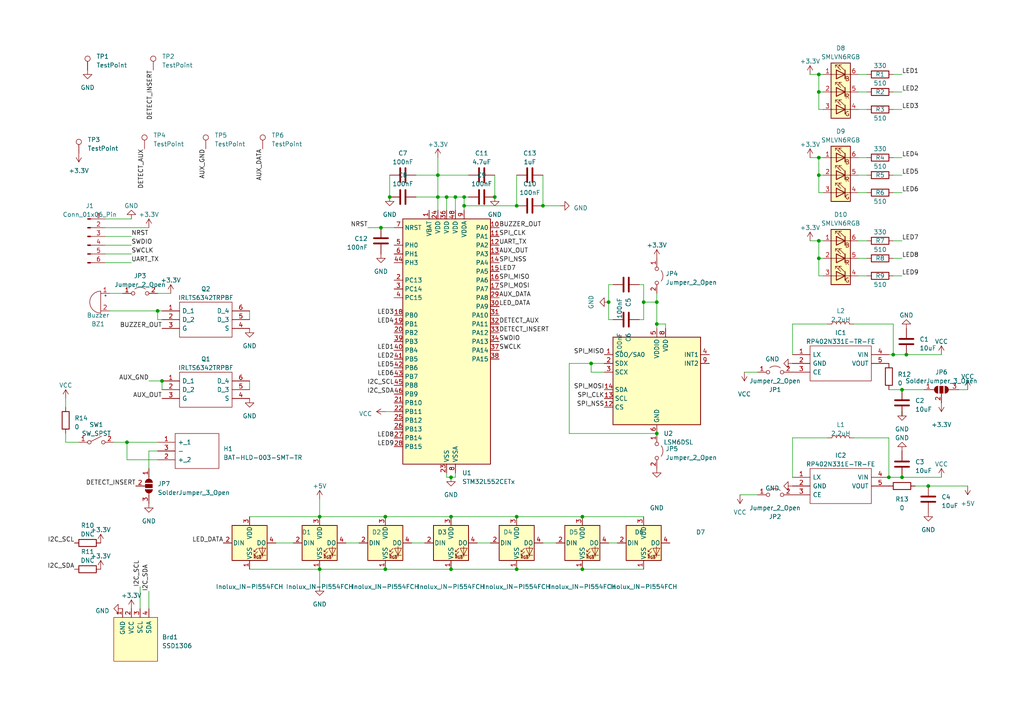
<source format=kicad_sch>
(kicad_sch (version 20230121) (generator eeschema)
  (paper "A4")
  (junction (at 149.86 149.86))
  (junction (at 113.03 57.15))
  (junction (at 149.86 59.69))
  (junction (at 237.49 26.67))
  (junction (at 110.49 66.04))
  (junction (at 262.89 102.87))
  (junction (at 46.99 110.49))
  (junction (at 237.49 50.8))
  (junction (at 127 50.8))
  (junction (at 143.51 57.15))
  (junction (at 261.62 113.03))
  (junction (at 36.83 128.27))
  (junction (at 127 57.15))
  (junction (at 171.45 105.41))
  (junction (at 237.49 45.72))
  (junction (at 168.91 165.1))
  (junction (at 130.81 165.1))
  (junction (at 190.5 93.98))
  (junction (at 237.49 21.59))
  (junction (at 190.5 87.63))
  (junction (at 257.81 138.43))
  (junction (at 134.62 57.15))
  (junction (at 259.08 102.87))
  (junction (at 186.69 87.63))
  (junction (at 130.81 138.43))
  (junction (at 157.48 59.69))
  (junction (at 92.71 149.86))
  (junction (at 261.62 138.43))
  (junction (at 237.49 74.93))
  (junction (at 168.91 149.86))
  (junction (at 149.86 165.1))
  (junction (at 45.72 90.17))
  (junction (at 92.71 165.1))
  (junction (at 269.24 140.97))
  (junction (at 190.5 125.73))
  (junction (at 134.62 59.69))
  (junction (at 111.76 149.86))
  (junction (at 132.08 57.15))
  (junction (at 111.76 165.1))
  (junction (at 237.49 69.85))
  (junction (at 130.81 149.86))
  (junction (at 129.54 57.15))
  (junction (at 176.53 87.63))
  (no_connect (at -130.81 139.7))
  (wire (pts (xy 237.49 26.67) (xy 237.49 31.75)))
  (wire (pts (xy 46.99 110.49) (xy 46.99 113.03)))
  (wire (pts (xy 261.62 113.03) (xy 257.81 113.03)))
  (wire (pts (xy 175.26 105.41) (xy 171.45 105.41)))
  (wire (pts (xy 149.86 165.1) (xy 168.91 165.1)))
  (wire (pts (xy 43.18 135.89) (xy 43.18 130.81)))
  (wire (pts (xy 45.72 85.09) (xy 49.53 85.09)))
  (wire (pts (xy 129.54 57.15) (xy 127 57.15)))
  (wire (pts (xy 269.24 140.97) (xy 265.43 140.97)))
  (wire (pts (xy 261.62 138.43) (xy 273.05 138.43)))
  (wire (pts (xy 129.54 138.43) (xy 129.54 137.16)))
  (wire (pts (xy 43.18 110.49) (xy 46.99 110.49)))
  (wire (pts (xy 45.72 90.17) (xy 46.99 90.17)))
  (wire (pts (xy 259.08 80.01) (xy 261.62 80.01)))
  (wire (pts (xy 72.39 110.49) (xy 72.39 113.03)))
  (wire (pts (xy 190.5 85.09) (xy 190.5 87.63)))
  (wire (pts (xy 248.92 21.59) (xy 251.46 21.59)))
  (wire (pts (xy 177.8 82.55) (xy 176.53 82.55)))
  (wire (pts (xy 30.48 63.5) (xy 38.1 63.5)))
  (wire (pts (xy 237.49 45.72) (xy 237.49 50.8)))
  (wire (pts (xy 176.53 157.48) (xy 179.07 157.48)))
  (wire (pts (xy 237.49 69.85) (xy 237.49 74.93)))
  (wire (pts (xy 175.26 107.95) (xy 171.45 107.95)))
  (wire (pts (xy 134.62 57.15) (xy 134.62 59.69)))
  (wire (pts (xy 127 50.8) (xy 127 57.15)))
  (wire (pts (xy 248.92 26.67) (xy 251.46 26.67)))
  (wire (pts (xy 72.39 149.86) (xy 92.71 149.86)))
  (wire (pts (xy 237.49 69.85) (xy 238.76 69.85)))
  (wire (pts (xy 186.69 87.63) (xy 186.69 92.71)))
  (wire (pts (xy 134.62 59.69) (xy 149.86 59.69)))
  (wire (pts (xy 229.87 93.98) (xy 229.87 102.87)))
  (wire (pts (xy 259.08 31.75) (xy 261.62 31.75)))
  (wire (pts (xy 237.49 50.8) (xy 237.49 55.88)))
  (wire (pts (xy 234.95 21.59) (xy 237.49 21.59)))
  (wire (pts (xy 111.76 165.1) (xy 130.81 165.1)))
  (wire (pts (xy 280.67 113.03) (xy 278.13 113.03)))
  (wire (pts (xy 130.81 165.1) (xy 149.86 165.1)))
  (wire (pts (xy 259.08 74.93) (xy 261.62 74.93)))
  (wire (pts (xy 193.04 95.25) (xy 193.04 93.98)))
  (wire (pts (xy 237.49 26.67) (xy 238.76 26.67)))
  (wire (pts (xy 149.86 50.8) (xy 149.86 59.69)))
  (wire (pts (xy 261.62 119.38) (xy 261.62 120.65)))
  (wire (pts (xy 186.69 82.55) (xy 186.69 87.63)))
  (wire (pts (xy 31.75 90.17) (xy 45.72 90.17)))
  (wire (pts (xy 127 57.15) (xy 127 60.96)))
  (wire (pts (xy 240.03 93.98) (xy 229.87 93.98)))
  (wire (pts (xy 257.81 127) (xy 257.81 138.43)))
  (wire (pts (xy 45.72 90.17) (xy 45.72 92.71)))
  (wire (pts (xy 171.45 105.41) (xy 165.1 105.41)))
  (wire (pts (xy 248.92 69.85) (xy 251.46 69.85)))
  (wire (pts (xy 257.81 102.87) (xy 259.08 102.87)))
  (wire (pts (xy 92.71 165.1) (xy 92.71 170.18)))
  (wire (pts (xy 92.71 149.86) (xy 111.76 149.86)))
  (wire (pts (xy 36.83 133.35) (xy 45.72 133.35)))
  (wire (pts (xy 19.05 115.57) (xy 19.05 118.11)))
  (wire (pts (xy 127 45.72) (xy 127 50.8)))
  (wire (pts (xy 261.62 45.72) (xy 259.08 45.72)))
  (wire (pts (xy 40.64 170.18) (xy 40.64 176.53)))
  (wire (pts (xy 237.49 74.93) (xy 238.76 74.93)))
  (wire (pts (xy 185.42 92.71) (xy 186.69 92.71)))
  (wire (pts (xy 186.69 87.63) (xy 190.5 87.63)))
  (wire (pts (xy 168.91 165.1) (xy 186.69 165.1)))
  (wire (pts (xy 259.08 55.88) (xy 261.62 55.88)))
  (wire (pts (xy 237.49 31.75) (xy 238.76 31.75)))
  (wire (pts (xy 111.76 149.86) (xy 130.81 149.86)))
  (wire (pts (xy 165.1 105.41) (xy 165.1 125.73)))
  (wire (pts (xy 190.5 93.98) (xy 190.5 95.25)))
  (wire (pts (xy 132.08 57.15) (xy 132.08 60.96)))
  (wire (pts (xy 248.92 74.93) (xy 251.46 74.93)))
  (wire (pts (xy 157.48 157.48) (xy 161.29 157.48)))
  (wire (pts (xy 19.05 128.27) (xy 22.86 128.27)))
  (wire (pts (xy 237.49 45.72) (xy 238.76 45.72)))
  (wire (pts (xy 92.71 144.78) (xy 92.71 149.86)))
  (wire (pts (xy 120.65 50.8) (xy 127 50.8)))
  (wire (pts (xy 127 50.8) (xy 135.89 50.8)))
  (wire (pts (xy 19.05 125.73) (xy 19.05 128.27)))
  (wire (pts (xy 261.62 21.59) (xy 259.08 21.59)))
  (wire (pts (xy 261.62 69.85) (xy 259.08 69.85)))
  (wire (pts (xy 106.68 66.04) (xy 110.49 66.04)))
  (wire (pts (xy 237.49 50.8) (xy 238.76 50.8)))
  (wire (pts (xy 132.08 57.15) (xy 129.54 57.15)))
  (wire (pts (xy 186.69 82.55) (xy 185.42 82.55)))
  (wire (pts (xy 237.49 55.88) (xy 238.76 55.88)))
  (wire (pts (xy 280.67 140.97) (xy 269.24 140.97)))
  (wire (pts (xy 30.48 73.66) (xy 38.1 73.66)))
  (wire (pts (xy 157.48 50.8) (xy 157.48 59.69)))
  (wire (pts (xy 132.08 138.43) (xy 130.81 138.43)))
  (wire (pts (xy 259.08 93.98) (xy 259.08 102.87)))
  (wire (pts (xy 193.04 93.98) (xy 190.5 93.98)))
  (wire (pts (xy 134.62 59.69) (xy 134.62 60.96)))
  (wire (pts (xy 176.53 82.55) (xy 176.53 87.63)))
  (wire (pts (xy 248.92 45.72) (xy 251.46 45.72)))
  (wire (pts (xy 237.49 80.01) (xy 238.76 80.01)))
  (wire (pts (xy 237.49 21.59) (xy 238.76 21.59)))
  (wire (pts (xy 31.75 85.09) (xy 35.56 85.09)))
  (wire (pts (xy 168.91 149.86) (xy 186.69 149.86)))
  (wire (pts (xy 176.53 92.71) (xy 176.53 87.63)))
  (wire (pts (xy 36.83 133.35) (xy 36.83 128.27)))
  (wire (pts (xy 30.48 76.2) (xy 38.1 76.2)))
  (wire (pts (xy 43.18 130.81) (xy 45.72 130.81)))
  (wire (pts (xy 30.48 71.12) (xy 38.1 71.12)))
  (wire (pts (xy 247.65 127) (xy 257.81 127)))
  (wire (pts (xy 100.33 157.48) (xy 104.14 157.48)))
  (wire (pts (xy 229.87 127) (xy 240.03 127)))
  (wire (pts (xy 30.48 66.04) (xy 43.18 66.04)))
  (wire (pts (xy 80.01 157.48) (xy 85.09 157.48)))
  (wire (pts (xy 237.49 21.59) (xy 237.49 26.67)))
  (wire (pts (xy 138.43 157.48) (xy 142.24 157.48)))
  (wire (pts (xy 43.18 171.45) (xy 43.18 176.53)))
  (wire (pts (xy 177.8 92.71) (xy 176.53 92.71)))
  (wire (pts (xy 132.08 137.16) (xy 132.08 138.43)))
  (wire (pts (xy 72.39 90.17) (xy 72.39 92.71)))
  (wire (pts (xy 214.63 143.51) (xy 219.71 143.51)))
  (wire (pts (xy 110.49 66.04) (xy 114.3 66.04)))
  (wire (pts (xy 259.08 50.8) (xy 261.62 50.8)))
  (wire (pts (xy 157.48 59.69) (xy 162.56 59.69)))
  (wire (pts (xy 262.89 102.87) (xy 273.05 102.87)))
  (wire (pts (xy 129.54 60.96) (xy 129.54 57.15)))
  (wire (pts (xy 92.71 165.1) (xy 111.76 165.1)))
  (wire (pts (xy 33.02 128.27) (xy 36.83 128.27)))
  (wire (pts (xy 111.76 119.38) (xy 114.3 119.38)))
  (wire (pts (xy 165.1 125.73) (xy 190.5 125.73)))
  (wire (pts (xy 134.62 57.15) (xy 135.89 57.15)))
  (wire (pts (xy 259.08 26.67) (xy 261.62 26.67)))
  (wire (pts (xy 247.65 93.98) (xy 259.08 93.98)))
  (wire (pts (xy 72.39 165.1) (xy 92.71 165.1)))
  (wire (pts (xy 45.72 92.71) (xy 46.99 92.71)))
  (wire (pts (xy 119.38 157.48) (xy 123.19 157.48)))
  (wire (pts (xy 30.48 68.58) (xy 38.1 68.58)))
  (wire (pts (xy 130.81 138.43) (xy 129.54 138.43)))
  (wire (pts (xy 248.92 80.01) (xy 251.46 80.01)))
  (wire (pts (xy 257.81 138.43) (xy 261.62 138.43)))
  (wire (pts (xy 134.62 57.15) (xy 132.08 57.15)))
  (wire (pts (xy 229.87 138.43) (xy 229.87 127)))
  (wire (pts (xy 36.83 128.27) (xy 45.72 128.27)))
  (wire (pts (xy 234.95 45.72) (xy 237.49 45.72)))
  (wire (pts (xy 215.9 107.95) (xy 219.71 107.95)))
  (wire (pts (xy 130.81 149.86) (xy 149.86 149.86)))
  (wire (pts (xy 267.97 113.03) (xy 261.62 113.03)))
  (wire (pts (xy 143.51 50.8) (xy 143.51 57.15)))
  (wire (pts (xy 120.65 57.15) (xy 127 57.15)))
  (wire (pts (xy 237.49 74.93) (xy 237.49 80.01)))
  (wire (pts (xy 171.45 107.95) (xy 171.45 105.41)))
  (wire (pts (xy 259.08 102.87) (xy 262.89 102.87)))
  (wire (pts (xy 248.92 31.75) (xy 251.46 31.75)))
  (wire (pts (xy 234.95 69.85) (xy 237.49 69.85)))
  (wire (pts (xy 190.5 87.63) (xy 190.5 93.98)))
  (wire (pts (xy 149.86 149.86) (xy 168.91 149.86)))
  (wire (pts (xy 248.92 50.8) (xy 251.46 50.8)))
  (wire (pts (xy 113.03 50.8) (xy 113.03 57.15)))
  (wire (pts (xy 248.92 55.88) (xy 251.46 55.88)))
  (label "DETECT_AUX" (at 41.91 43.18 270))
  (label "LED_DATA" (at 64.77 157.48 180))
  (label "LED2" (at 114.3 104.14 180))
  (label "LED6" (at 114.3 109.22 180))
  (label "I2C_SCL" (at 21.59 157.48 180))
  (label "SPI_CLK" (at 175.26 115.57 180))
  (label "SPI_CLK" (at 144.78 68.58 0))
  (label "LED2" (at 261.62 26.67 0))
  (label "LED6" (at 261.62 55.88 0))
  (label "LED7" (at 261.62 69.85 0))
  (label "SPI_NSS" (at 175.26 118.11 180))
  (label "AUX_DATA" (at 76.2 43.18 270))
  (label "NRST" (at 106.68 66.04 180))
  (label "LED9" (at 261.62 80.01 0))
  (label "NRST" (at 38.1 68.58 0))
  (label "LED3" (at 261.62 31.75 0))
  (label "UART_TX" (at 38.1 76.2 0))
  (label "SPI_MISO" (at 175.26 102.87 180))
  (label "LED4" (at 114.3 93.98 180))
  (label "LED8" (at 261.62 74.93 0))
  (label "DETECT_INSERT" (at 144.78 96.52 0))
  (label "DETECT_INSERT" (at 44.45 20.32 270))
  (label "LED4" (at 261.62 45.72 0))
  (label "DETECT_AUX" (at 144.78 93.98 0))
  (label "SPI_MOSI" (at 175.26 113.03 180))
  (label "SWCLK" (at 38.1 73.66 0))
  (label "AUX_GND" (at 59.69 43.18 270))
  (label "SPI_MISO" (at 144.78 81.28 0))
  (label "I2C_SCL" (at 40.64 170.18 90))
  (label "SWCLK" (at 144.78 101.6 0))
  (label "LED9" (at 114.3 129.54 180))
  (label "LED5" (at 114.3 106.68 180))
  (label "SPI_NSS" (at 144.78 76.2 0))
  (label "I2C_SDA" (at 114.3 114.3 180))
  (label "AUX_OUT" (at 46.99 115.57 180))
  (label "BUZZER_OUT" (at 46.99 95.25 180))
  (label "AUX_OUT" (at 144.78 73.66 0))
  (label "I2C_SDA" (at 43.18 171.45 90))
  (label "LED3" (at 114.3 91.44 180))
  (label "LED5" (at 261.62 50.8 0))
  (label "LED1" (at 114.3 101.6 180))
  (label "LED1" (at 261.62 21.59 0))
  (label "I2C_SCL" (at 114.3 111.76 180))
  (label "I2C_SDA" (at 21.59 165.1 180))
  (label "SWDIO" (at 144.78 99.06 0))
  (label "LED_DATA" (at 144.78 88.9 0))
  (label "AUX_GND" (at 43.18 110.49 180))
  (label "LED8" (at 114.3 127 180))
  (label "DETECT_INSERT" (at 39.37 140.97 180))
  (label "AUX_DATA" (at 144.78 86.36 0))
  (label "SPI_MOSI" (at 144.78 83.82 0))
  (label "LED7" (at 144.78 78.74 0))
  (label "UART_TX" (at 144.78 71.12 0))
  (label "SWDIO" (at 38.1 71.12 0))
  (label "BUZZER_OUT" (at 144.78 66.04 0))
  (symbol (lib_id "SamacSys_Parts:RP402N331E-TR-FE") (at 229.87 102.87 0) (unit 1)
    (property "Reference" "IC1" (at 243.84 96.52 0))
    (property "Value" "RP402N331E-TR-FE" (at 243.84 99.06 0))
    (property "Footprint" "SOT95P280X130-5N" (effects hide))
    (property "Datasheet" "https://www.nisshinbo-microdevices.co.jp/en/pdf/datasheet/rp402-ea.pdf" (effects hide))
    (property "Description" "Boost Switching Regulator IC Positive Fixed 3.3V 1 Output 800mA SC-74A, SOT-753" (effects hide))
    (property "Height" "1.3" (effects hide))
    (property "Mouser Part Number" "848-RP402N331ETRFE" (effects hide))
    (property "Mouser Price/Stock" "https://www.mouser.co.uk/ProductDetail/Nisshinbo/RP402N331E-TR-FE?qs=cl3%2FHQrKIOXaCCzNJ7It8A%3D%3D" (effects hide))
    (property "Manufacturer_Name" "Nisshinbo" (effects hide))
    (property "Manufacturer_Part_Number" "RP402N331E-TR-FE" (effects hide))
    (property "MPN" "RP402N331E-TR-FE" (effects hide))
    (property "Price" "1.49" (effects hide))
  )
  (symbol (lib_id "power:GND") (at 229.87 140.97 270) (unit 1)
    (property "Reference" "#PWR028" (effects hide))
    (property "Value" "GND" (at 226.06 141.605 90) (effects (justify right)))
  )
  (symbol (lib_id "Device:R") (at 261.62 140.97 90) (unit 1)
    (property "Reference" "R13" (at 261.62 144.78 90))
    (property "Value" "0" (at 261.62 147.32 90))
    (property "Footprint" "Resistor_SMD:R_0603_1608Metric_Pad0.98x0.95mm_HandSolder" (effects hide))
    (property "MPN" "ERJ-3GEY0R00V" (effects hide))
    (property "Mouser Price/Stock" "https://nl.mouser.com/ProductDetail/Panasonic/ERJ-3GEY0R00V?qs=sGAEpiMZZMvdGkrng054t8ugkoYZivkg2RChYk5Dqt4%3D" (effects hide))
    (property "Price" "0.009" (effects hide))
  )
  (symbol (lib_id "Device:Buzzer") (at 29.21 87.63 0) (mirror y) (unit 1)
    (property "Reference" "BZ1" (at 28.4549 93.98 0))
    (property "Value" "Buzzer" (at 28.4549 91.44 0))
    (property "Footprint" "Buzzer_Beeper:Buzzer_12x9.5RM7.6" (effects hide))
    (property "Datasheet" "https://www.mouser.lu/datasheet/2/670/csqg703bp-1777646.pdf" (effects hide))
    (property "MPN" "CSQG703BP" (effects hide))
    (property "Mouser Price/Stock" "https://nl.mouser.com/ProductDetail/CUI-Devices/CSQG703BP?qs=WyjlAZoYn50CcIWMleVumg%3D%3D" (effects hide))
    (property "Price" "0.772" (effects hide))
  )
  (symbol (lib_id "LED:SMLVN6RGB") (at 243.84 74.93 0) (unit 1)
    (property "Reference" "D10" (at 243.84 62.23 0))
    (property "Value" "SMLVN6RGB" (at 243.84 64.77 0))
    (property "Footprint" "LED_SMD:LED_ROHM_SMLVN6" (effects hide))
    (property "Datasheet" "https://fscdn.rohm.com/en/products/databook/datasheet/opto/led/chip_multi/smlvn6rgb1u1-e.pdf" (effects hide))
    (property "MPN" "SMLVN6RGB1U1" (effects hide))
    (property "Mouser Price/Stock" "https://nl.mouser.com/ProductDetail/ROHM-Semiconductor/SMLVN6RGB1U1?qs=EAJhGnHnT01cATtJAsda5w%3D%3D" (effects hide))
    (property "Price" "0.93" (effects hide))
  )
  (symbol (lib_id "LED:Inolux_IN-PI554FCH") (at 111.76 157.48 0) (unit 1)
    (property "Reference" "D3" (at 128.27 154.3559 0))
    (property "Value" "Inolux_IN-PI554FCH" (at 111.76 170.18 0))
    (property "Footprint" "LED_SMD:LED_Inolux_IN-PI554FCH_PLCC4_5.0x5.0mm_P3.2mm" (effects hide))
    (property "Datasheet" "http://www.inolux-corp.com/datasheet/SMDLED/Addressable%20LED/IN-PI554FCH.pdf" (effects hide))
    (property "MPN" "IN-PI554FCH " (effects hide))
    (property "Mouser Price/Stock" "https://nl.mouser.com/ProductDetail/Inolux/IN-PI554FCH?qs=fAHHVMwC%252BbilHshFvT0Xwg%3D%3D" (effects hide))
    (property "Price" "0.436" (effects hide))
  )
  (symbol (lib_id "Device:C") (at 110.49 69.85 180) (unit 1)
    (property "Reference" "C12" (at 106.68 69.215 0) (effects (justify left)))
    (property "Value" "100nF" (at 106.68 71.755 0) (effects (justify left)))
    (property "Footprint" "Capacitor_SMD:C_0603_1608Metric_Pad1.08x0.95mm_HandSolder" (effects hide))
    (property "MPN" "GRJ188R72A104KE11D" (effects hide))
    (property "Mouser Price/Stock" "https://nl.mouser.com/ProductDetail/Murata-Electronics/GRJ188R72A104KE11D?qs=Mkt%2FZhxPIiQBDU1XbZIjXA%3D%3D" (effects hide))
    (property "Price" "0.05" (effects hide))
  )
  (symbol (lib_id "Connector:TestPoint") (at 76.2 43.18 0) (unit 1)
    (property "Reference" "TP6" (at 78.74 39.243 0) (effects (justify left)))
    (property "Value" "TestPoint" (at 78.74 41.783 0) (effects (justify left)))
    (property "Footprint" "TestPoint:TestPoint_Pad_D4.0mm" (effects hide))
  )
  (symbol (lib_id "Connector:TestPoint") (at 59.69 43.18 0) (unit 1)
    (property "Reference" "TP5" (at 62.23 39.243 0) (effects (justify left)))
    (property "Value" "TestPoint" (at 62.23 41.783 0) (effects (justify left)))
    (property "Footprint" "TestPoint:TestPoint_Pad_D4.0mm" (effects hide))
  )
  (symbol (lib_id "Jumper:SolderJumper_3_Open") (at 43.18 140.97 270) (unit 1)
    (property "Reference" "JP7" (at 45.72 140.335 90) (effects (justify left)))
    (property "Value" "SolderJumper_3_Open" (at 45.72 142.875 90) (effects (justify left)))
    (property "Footprint" "Jumper:SolderJumper-3_P1.3mm_Open_RoundedPad1.0x1.5mm" (effects hide))
  )
  (symbol (lib_id "Device:R") (at 255.27 26.67 90) (unit 1)
    (property "Reference" "R2" (at 255.27 26.67 90))
    (property "Value" "510" (at 255.27 24.13 90))
    (property "Footprint" "Resistor_SMD:R_0603_1608Metric_Pad0.98x0.95mm_HandSolder" (effects hide))
    (property "MPN" "ERJ-UP3F5100V" (effects hide))
    (property "Mouser Price/Stock" "https://nl.mouser.com/ProductDetail/Panasonic/ERJ-UP3F5100V?qs=sGAEpiMZZMvdGkrng054twKDKoBh%252BscnHB7iQ3%2FdcY%252BQ5nDbivC59w%3D%3D" (effects hide))
    (property "Price" "0.041" (effects hide))
  )
  (symbol (lib_id "power:GND") (at 113.03 57.15 0) (unit 1)
    (property "Reference" "#PWR032" (effects hide))
    (property "Value" "GND" (at 113.03 62.23 0))
  )
  (symbol (lib_id "LED:Inolux_IN-PI554FCH") (at 149.86 157.48 0) (unit 1)
    (property "Reference" "D5" (at 166.37 154.3559 0))
    (property "Value" "Inolux_IN-PI554FCH" (at 149.86 170.18 0))
    (property "Footprint" "LED_SMD:LED_Inolux_IN-PI554FCH_PLCC4_5.0x5.0mm_P3.2mm" (effects hide))
    (property "Datasheet" "http://www.inolux-corp.com/datasheet/SMDLED/Addressable%20LED/IN-PI554FCH.pdf" (effects hide))
    (property "MPN" "IN-PI554FCH " (effects hide))
    (property "Mouser Price/Stock" "https://nl.mouser.com/ProductDetail/Inolux/IN-PI554FCH?qs=fAHHVMwC%252BbilHshFvT0Xwg%3D%3D" (effects hide))
    (property "Price" "0.436" (effects hide))
  )
  (symbol (lib_id "Device:C") (at 181.61 82.55 270) (unit 1)
    (property "Reference" "C5" (at 182.245 86.36 0) (effects (justify left)))
    (property "Value" "100nF" (at 179.705 86.36 0) (effects (justify left)))
    (property "Footprint" "Capacitor_SMD:C_0603_1608Metric_Pad1.08x0.95mm_HandSolder" (effects hide))
    (property "MPN" "GRJ188R72A104KE11D" (effects hide))
    (property "Mouser Price/Stock" "https://nl.mouser.com/ProductDetail/Murata-Electronics/GRJ188R72A104KE11D?qs=Mkt%2FZhxPIiQBDU1XbZIjXA%3D%3D" (effects hide))
    (property "Price" "0.05" (effects hide))
  )
  (symbol (lib_id "power:GND") (at 35.56 176.53 270) (unit 1)
    (property "Reference" "#PWR022" (effects hide))
    (property "Value" "GND" (at 31.75 177.165 90) (effects (justify right)))
  )
  (symbol (lib_id "Device:R") (at 255.27 21.59 90) (unit 1)
    (property "Reference" "R1" (at 255.27 21.59 90))
    (property "Value" "330" (at 255.27 19.05 90))
    (property "Footprint" "Resistor_SMD:R_0603_1608Metric_Pad0.98x0.95mm_HandSolder" (effects hide))
    (property "MPN" "ERJ-UP3J331V" (effects hide))
    (property "Mouser Price/Stock" "https://nl.mouser.com/ProductDetail/Panasonic/ERJ-UP3J331V?qs=sGAEpiMZZMvdGkrng054twKDKoBh%252BscnYUjT2SfIRqEEVX6rcG3eEg%3D%3D" (effects hide))
    (property "Price" "0.028" (effects hide))
  )
  (symbol (lib_id "Device:R") (at 255.27 69.85 90) (unit 1)
    (property "Reference" "R7" (at 255.27 69.85 90))
    (property "Value" "330" (at 255.27 67.31 90))
    (property "Footprint" "Resistor_SMD:R_0603_1608Metric_Pad0.98x0.95mm_HandSolder" (effects hide))
    (property "MPN" "ERJ-UP3J331V" (effects hide))
    (property "Mouser Price/Stock" "https://nl.mouser.com/ProductDetail/Panasonic/ERJ-UP3J331V?qs=sGAEpiMZZMvdGkrng054twKDKoBh%252BscnYUjT2SfIRqEEVX6rcG3eEg%3D%3D" (effects hide))
    (property "Price" "0.028" (effects hide))
  )
  (symbol (lib_id "Device:R") (at 25.4 165.1 90) (unit 1)
    (property "Reference" "R11" (at 25.4 160.02 90))
    (property "Value" "DNC" (at 25.4 162.56 90))
    (property "Footprint" "Resistor_SMD:R_0603_1608Metric_Pad0.98x0.95mm_HandSolder" (effects hide))
  )
  (symbol (lib_id "power:VCC") (at 214.63 143.51 180) (unit 1)
    (property "Reference" "#PWR012" (effects hide))
    (property "Value" "VCC" (at 214.63 148.59 0))
  )
  (symbol (lib_id "power:VCC") (at 280.67 113.03 0) (unit 1)
    (property "Reference" "#PWR039" (effects hide))
    (property "Value" "VCC" (at 280.67 109.22 0))
  )
  (symbol (lib_id "power:+3.3V") (at 22.86 44.45 180) (unit 1)
    (property "Reference" "#PWR04" (effects hide))
    (property "Value" "+3.3V" (at 22.86 49.53 0))
  )
  (symbol (lib_id "MCU_ST_STM32L5:STM32L552CETx") (at 129.54 99.06 0) (unit 1)
    (property "Reference" "U1" (at 134.0359 137.16 0) (effects (justify left)))
    (property "Value" "STM32L552CETx" (at 134.0359 139.7 0) (effects (justify left)))
    (property "Footprint" "Package_QFP:LQFP-48_7x7mm_P0.5mm" (effects hide))
    (property "Datasheet" "https://www.st.com/resource/en/datasheet/stm32l552ce.pdf" (effects hide))
    (property "MPN" "STM32L552CET6" (effects hide))
    (property "Mouser Price/Stock" "https://nl.mouser.com/ProductDetail/STMicroelectronics/STM32L552CET6?qs=%252B6g0mu59x7J8PMQOnLBaNw%3D%3D" (effects hide))
    (property "Price" "9.77" (effects hide))
  )
  (symbol (lib_id "Jumper:Jumper_2_Open") (at 190.5 80.01 270) (unit 1)
    (property "Reference" "JP4" (at 193.04 79.375 90) (effects (justify left)))
    (property "Value" "Jumper_2_Open" (at 193.04 81.915 90) (effects (justify left)))
    (property "Footprint" "Jumper:SolderJumper-2_P1.3mm_Open_TrianglePad1.0x1.5mm" (effects hide))
  )
  (symbol (lib_id "power:VCC") (at 215.9 107.95 180) (unit 1)
    (property "Reference" "#PWR08" (effects hide))
    (property "Value" "VCC" (at 215.9 114.3 0))
  )
  (symbol (lib_id "Device:R") (at 257.81 109.22 0) (unit 1)
    (property "Reference" "R12" (at 260.35 108.585 0) (effects (justify left)))
    (property "Value" "0" (at 260.35 111.125 0) (effects (justify left)))
    (property "Footprint" "Resistor_SMD:R_0603_1608Metric_Pad0.98x0.95mm_HandSolder" (effects hide))
    (property "MPN" "ERJ-3GEY0R00V" (effects hide))
    (property "Mouser Price/Stock" "https://nl.mouser.com/ProductDetail/Panasonic/ERJ-3GEY0R00V?qs=sGAEpiMZZMvdGkrng054t8ugkoYZivkg2RChYk5Dqt4%3D" (effects hide))
    (property "Price" "0.009" (effects hide))
  )
  (symbol (lib_id "Device:R") (at 255.27 80.01 90) (unit 1)
    (property "Reference" "R9" (at 255.27 80.01 90))
    (property "Value" "510" (at 255.27 82.55 90))
    (property "Footprint" "Resistor_SMD:R_0603_1608Metric_Pad0.98x0.95mm_HandSolder" (effects hide))
    (property "MPN" "ERJ-UP3F5100V" (effects hide))
    (property "Mouser Price/Stock" "https://nl.mouser.com/ProductDetail/Panasonic/ERJ-UP3F5100V?qs=sGAEpiMZZMvdGkrng054twKDKoBh%252BscnHB7iQ3%2FdcY%252BQ5nDbivC59w%3D%3D" (effects hide))
    (property "Price" "0.041" (effects hide))
  )
  (symbol (lib_id "power:GND") (at 72.39 95.25 0) (unit 1)
    (property "Reference" "#PWR016" (effects hide))
    (property "Value" "GND" (at 72.39 100.33 0))
  )
  (symbol (lib_id "power:GND") (at 229.87 105.41 270) (unit 1)
    (property "Reference" "#PWR029" (effects hide))
    (property "Value" "GND" (at 226.06 104.14 90) (effects (justify right)))
  )
  (symbol (lib_id "power:GND") (at 261.62 130.81 180) (unit 1)
    (property "Reference" "#PWR041" (effects hide))
    (property "Value" "GND" (at 261.62 127 0))
  )
  (symbol (lib_id "Device:R") (at 255.27 31.75 90) (unit 1)
    (property "Reference" "R3" (at 255.27 31.75 90))
    (property "Value" "510" (at 255.27 34.29 90))
    (property "Footprint" "Resistor_SMD:R_0603_1608Metric_Pad0.98x0.95mm_HandSolder" (effects hide))
    (property "MPN" "ERJ-UP3F5100V" (effects hide))
    (property "Mouser Price/Stock" "https://nl.mouser.com/ProductDetail/Panasonic/ERJ-UP3F5100V?qs=sGAEpiMZZMvdGkrng054twKDKoBh%252BscnHB7iQ3%2FdcY%252BQ5nDbivC59w%3D%3D" (effects hide))
    (property "Price" "0.041" (effects hide))
  )
  (symbol (lib_id "Device:C") (at 153.67 59.69 90) (unit 1)
    (property "Reference" "C10" (at 153.67 53.34 90))
    (property "Value" "100nF" (at 153.67 55.88 90))
    (property "Footprint" "Capacitor_SMD:C_0603_1608Metric_Pad1.08x0.95mm_HandSolder" (effects hide))
    (property "MPN" "GRJ188R72A104KE11D" (effects hide))
    (property "Mouser Price/Stock" "https://nl.mouser.com/ProductDetail/Murata-Electronics/GRJ188R72A104KE11D?qs=Mkt%2FZhxPIiQBDU1XbZIjXA%3D%3D" (effects hide))
    (property "Price" "0.05" (effects hide))
  )
  (symbol (lib_id "power:VCC") (at 19.05 115.57 0) (unit 1)
    (property "Reference" "#PWR019" (effects hide))
    (property "Value" "VCC" (at 19.05 111.76 0))
  )
  (symbol (lib_id "Device:L") (at 243.84 127 90) (unit 1)
    (property "Reference" "L1" (at 243.84 123.19 90))
    (property "Value" "2.2uH" (at 243.84 125.73 90))
    (property "Footprint" "Inductor_SMD:L_0805_2012Metric_Pad1.05x1.20mm_HandSolder" (effects hide))
    (property "MPN" "IHHP0805ZHER2R2M01" (effects hide))
    (property "Mouser Price/Stock" "https://nl.mouser.com/ProductDetail/Vishay-Dale/IHHP0805ZHER2R2M01?qs=tlsG%2FOw5FFiSaHnz1rNcBQ%3D%3D" (effects hide))
    (property "Price" "0.261" (effects hide))
  )
  (symbol (lib_id "power:GND") (at 130.81 138.43 0) (unit 1)
    (property "Reference" "#PWR030" (effects hide))
    (property "Value" "GND" (at 130.81 143.51 0))
  )
  (symbol (lib_id "LED:Inolux_IN-PI554FCH") (at 130.81 157.48 0) (unit 1)
    (property "Reference" "D4" (at 147.32 154.3559 0))
    (property "Value" "Inolux_IN-PI554FCH" (at 130.81 170.18 0))
    (property "Footprint" "LED_SMD:LED_Inolux_IN-PI554FCH_PLCC4_5.0x5.0mm_P3.2mm" (effects hide))
    (property "Datasheet" "http://www.inolux-corp.com/datasheet/SMDLED/Addressable%20LED/IN-PI554FCH.pdf" (effects hide))
    (property "MPN" "IN-PI554FCH " (effects hide))
    (property "Mouser Price/Stock" "https://nl.mouser.com/ProductDetail/Inolux/IN-PI554FCH?qs=fAHHVMwC%252BbilHshFvT0Xwg%3D%3D" (effects hide))
    (property "Price" "0.436" (effects hide))
  )
  (symbol (lib_id "Device:C") (at 153.67 50.8 90) (unit 1)
    (property "Reference" "C13" (at 153.67 44.45 90))
    (property "Value" "1uF" (at 153.67 46.99 90))
    (property "Footprint" "Capacitor_SMD:C_0603_1608Metric_Pad1.08x0.95mm_HandSolder" (effects hide))
    (property "MPN" "06033W105KAT2A" (effects hide))
    (property "Mouser Price/Stock" "https://nl.mouser.com/ProductDetail/KYOCERA-AVX/06033W105KAT2A?qs=iLbezkQI%252BsgajowtBoZ7bQ%3D%3D" (effects hide))
    (property "Price" "0.143" (effects hide))
  )
  (symbol (lib_id "LED:Inolux_IN-PI554FCH") (at 186.69 157.48 0) (unit 1)
    (property "Reference" "D7" (at 203.2 154.3559 0))
    (property "Value" "Inolux_IN-PI554FCH" (at 186.69 170.18 0))
    (property "Footprint" "LED_SMD:LED_Inolux_IN-PI554FCH_PLCC4_5.0x5.0mm_P3.2mm" (effects hide))
    (property "Datasheet" "http://www.inolux-corp.com/datasheet/SMDLED/Addressable%20LED/IN-PI554FCH.pdf" (effects hide))
    (property "MPN" "IN-PI554FCH " (effects hide))
    (property "Mouser Price/Stock" "https://nl.mouser.com/ProductDetail/Inolux/IN-PI554FCH?qs=fAHHVMwC%252BbilHshFvT0Xwg%3D%3D" (effects hide))
    (property "Price" "0.436" (effects hide))
  )
  (symbol (lib_id "power:+3.3V") (at 29.21 165.1 0) (unit 1)
    (property "Reference" "#PWR024" (effects hide))
    (property "Value" "+3.3V" (at 29.21 161.29 0))
  )
  (symbol (lib_id "Connector:TestPoint") (at 22.86 44.45 0) (unit 1)
    (property "Reference" "TP3" (at 25.4 40.513 0) (effects (justify left)))
    (property "Value" "TestPoint" (at 25.4 43.053 0) (effects (justify left)))
    (property "Footprint" "TestPoint:TestPoint_Pad_D4.0mm" (effects hide))
  )
  (symbol (lib_id "Jumper:Jumper_2_Open") (at 40.64 85.09 0) (unit 1)
    (property "Reference" "JP3" (at 40.64 80.01 0))
    (property "Value" "Jumper_2_Open" (at 40.64 82.55 0))
    (property "Footprint" "Jumper:SolderJumper-2_P1.3mm_Open_TrianglePad1.0x1.5mm" (effects hide))
  )
  (symbol (lib_id "SamacSys_Parts:IRLTS6342TRPBF") (at 46.99 90.17 0) (unit 1)
    (property "Reference" "Q2" (at 59.69 83.82 0))
    (property "Value" "IRLTS6342TRPBF" (at 59.69 86.36 0))
    (property "Footprint" "SOT95P280X145-6N" (effects hide))
    (property "Datasheet" "https://www.infineon.com/dgdl/irlts6342pbf.pdf?fileId=5546d462533600a401535671f35a271a" (effects hide))
    (property "Description" "IRLTS6342TRPBF N-Channel MOSFET, 8.3 A, 30 V HEXFET, 6-Pin TSOP Infineon" (effects hide))
    (property "Height" "1.45" (effects hide))
    (property "Mouser Part Number" "942-IRLTS6342TRPBF" (effects hide))
    (property "Mouser Price/Stock" "https://www.mouser.co.uk/ProductDetail/Infineon-Technologies/IRLTS6342TRPBF?qs=8jYDHybYAxsDJhh9ct3B2Q%3D%3D" (effects hide))
    (property "Manufacturer_Name" "Infineon" (effects hide))
    (property "Manufacturer_Part_Number" "IRLTS6342TRPBF" (effects hide))
    (property "MPN" "IRLTS6342TRPBF" (effects hide))
    (property "Price" "0.372" (effects hide))
  )
  (symbol (lib_id "LED:SMLVN6RGB") (at 243.84 50.8 0) (unit 1)
    (property "Reference" "D9" (at 243.84 38.1 0))
    (property "Value" "SMLVN6RGB" (at 243.84 40.64 0))
    (property "Footprint" "LED_SMD:LED_ROHM_SMLVN6" (effects hide))
    (property "Datasheet" "https://fscdn.rohm.com/en/products/databook/datasheet/opto/led/chip_multi/smlvn6rgb1u1-e.pdf" (effects hide))
    (property "MPN" "SMLVN6RGB1U1" (effects hide))
    (property "Mouser Price/Stock" "https://nl.mouser.com/ProductDetail/ROHM-Semiconductor/SMLVN6RGB1U1?qs=EAJhGnHnT01cATtJAsda5w%3D%3D" (effects hide))
    (property "Price" "0.93" (effects hide))
  )
  (symbol (lib_id "power:+5V") (at 280.67 140.97 180) (unit 1)
    (property "Reference" "#PWR027" (effects hide))
    (property "Value" "+5V" (at 280.67 146.05 0))
  )
  (symbol (lib_id "SamacSys_Parts:RP402N331E-TR-FE") (at 229.87 138.43 0) (unit 1)
    (property "Reference" "IC2" (at 243.84 132.08 0))
    (property "Value" "RP402N331E-TR-FE" (at 243.84 134.62 0))
    (property "Footprint" "SOT95P280X130-5N" (effects hide))
    (property "Datasheet" "https://www.nisshinbo-microdevices.co.jp/en/pdf/datasheet/rp402-ea.pdf" (effects hide))
    (property "Description" "Boost Switching Regulator IC Positive Fixed 3.3V 1 Output 800mA SC-74A, SOT-753" (effects hide))
    (property "Height" "1.3" (effects hide))
    (property "Mouser Part Number" "848-RP402N331ETRFE" (effects hide))
    (property "Mouser Price/Stock" "https://nl.mouser.com/ProductDetail/Nisshinbo/RP402N501E-TR-FE?qs=cl3%2FHQrKIOUEMhTr8w2PHg%3D%3D" (effects hide))
    (property "Manufacturer_Name" "Nisshinbo" (effects hide))
    (property "Manufacturer_Part_Number" "RP402N331E-TR-FE" (effects hide))
    (property "MPN" "RP402N501E-TR-FE" (effects hide))
    (property "Price" "1.52" (effects hide))
  )
  (symbol (lib_id "Device:C") (at 261.62 134.62 0) (unit 1)
    (property "Reference" "C3" (at 265.43 133.985 0) (effects (justify left)))
    (property "Value" "10uF" (at 265.43 136.525 0) (effects (justify left)))
    (property "Footprint" "Capacitor_SMD:C_0603_1608Metric_Pad1.08x0.95mm_HandSolder" (effects hide))
    (property "MPN" "06033D106KAT2A" (effects hide))
    (property "Mouser Price/Stock" "https://nl.mouser.com/ProductDetail/KYOCERA-AVX/06033D106KAT2A?qs=iLbezkQI%252BsjjhfqLL0ayMQ%3D%3D" (effects hide))
    (property "Price" "0.19" (effects hide))
  )
  (symbol (lib_id "Connector:Conn_01x06_Pin") (at 25.4 68.58 0) (unit 1)
    (property "Reference" "J1" (at 26.035 59.69 0))
    (property "Value" "Conn_01x06_Pin" (at 26.035 62.23 0))
    (property "Footprint" "Connector_Molex:Molex_PicoBlade_53261-0671_1x06-1MP_P1.25mm_Horizontal" (effects hide))
    (property "MPN" "53261-0671" (effects hide))
    (property "Mouser Price/Stock" "https://nl.mouser.com/ProductDetail/Molex/53261-0671?qs=%252B72YyncTwW9Wyr77z4J2cA%3D%3D" (effects hide))
  )
  (symbol (lib_id "LED:SMLVN6RGB") (at 243.84 26.67 0) (unit 1)
    (property "Reference" "D8" (at 243.84 13.97 0))
    (property "Value" "SMLVN6RGB" (at 243.84 16.51 0))
    (property "Footprint" "LED_SMD:LED_ROHM_SMLVN6" (effects hide))
    (property "Datasheet" "https://fscdn.rohm.com/en/products/databook/datasheet/opto/led/chip_multi/smlvn6rgb1u1-e.pdf" (effects hide))
    (property "MPN" "SMLVN6RGB1U1" (effects hide))
    (property "Mouser Price/Stock" "https://nl.mouser.com/ProductDetail/ROHM-Semiconductor/SMLVN6RGB1U1?qs=EAJhGnHnT01cATtJAsda5w%3D%3D" (effects hide))
    (property "Price" "0.93" (effects hide))
  )
  (symbol (lib_id "Device:R") (at 255.27 45.72 90) (unit 1)
    (property "Reference" "R4" (at 255.27 45.72 90))
    (property "Value" "330" (at 255.27 43.18 90))
    (property "Footprint" "Resistor_SMD:R_0603_1608Metric_Pad0.98x0.95mm_HandSolder" (effects hide))
    (property "MPN" "ERJ-UP3J331V" (effects hide))
    (property "Mouser Price/Stock" "https://nl.mouser.com/ProductDetail/Panasonic/ERJ-UP3J331V?qs=sGAEpiMZZMvdGkrng054twKDKoBh%252BscnYUjT2SfIRqEEVX6rcG3eEg%3D%3D" (effects hide))
    (property "Price" "0.028" (effects hide))
  )
  (symbol (lib_id "power:GND") (at 262.89 95.25 180) (unit 1)
    (property "Reference" "#PWR033" (effects hide))
    (property "Value" "GND" (at 262.89 91.44 0))
  )
  (symbol (lib_id "power:GND") (at 25.4 20.32 0) (unit 1)
    (property "Reference" "#PWR03" (effects hide))
    (property "Value" "GND" (at 25.4 25.4 0))
  )
  (symbol (lib_id "SSD1306-128x64_OLED:SSD1306") (at 39.37 185.42 0) (unit 1)
    (property "Reference" "Brd1" (at 46.99 184.785 0) (effects (justify left)))
    (property "Value" "SSD1306" (at 46.99 187.325 0) (effects (justify left)))
    (property "Footprint" "SSD1306:128x64OLED" (effects hide))
  )
  (symbol (lib_id "power:+3.3V") (at 190.5 74.93 0) (unit 1)
    (property "Reference" "#PWR010" (effects hide))
    (property "Value" "+3.3V" (at 190.5 71.12 0))
  )
  (symbol (lib_id "Device:C") (at 269.24 144.78 0) (unit 1)
    (property "Reference" "C4" (at 273.05 144.145 0) (effects (justify left)))
    (property "Value" "10uF" (at 273.05 146.685 0) (effects (justify left)))
    (property "Footprint" "Capacitor_SMD:C_0603_1608Metric_Pad1.08x0.95mm_HandSolder" (effects hide))
    (property "MPN" "06033D106KAT2A" (effects hide))
    (property "Mouser Price/Stock" "https://nl.mouser.com/ProductDetail/KYOCERA-AVX/06033D106KAT2A?qs=iLbezkQI%252BsjjhfqLL0ayMQ%3D%3D" (effects hide))
    (property "Price" "0.19" (effects hide))
  )
  (symbol (lib_id "Device:C") (at 139.7 50.8 90) (unit 1)
    (property "Reference" "C11" (at 139.7 44.45 90))
    (property "Value" "4.7uF" (at 139.7 46.99 90))
    (property "Footprint" "Capacitor_SMD:C_0603_1608Metric_Pad1.08x0.95mm_HandSolder" (effects hide))
    (property "MPN" "GRM188R6YA475KE15D " (effects hide))
    (property "Mouser Price/Stock" "https://nl.mouser.com/ProductDetail/Murata-Electronics/GRM188R6YA475KE15D?qs=eeBpzGFlv%252B%2FTEUAkSXFIlg%3D%3D" (effects hide))
    (property "Price" "0.19" (effects hide))
  )
  (symbol (lib_id "power:GND") (at 38.1 63.5 180) (unit 1)
    (property "Reference" "#PWR015" (effects hide))
    (property "Value" "GND" (at 38.1 59.69 0))
  )
  (symbol (lib_id "Device:C") (at 116.84 50.8 90) (unit 1)
    (property "Reference" "C7" (at 116.84 44.45 90))
    (property "Value" "100nF" (at 116.84 46.99 90))
    (property "Footprint" "Capacitor_SMD:C_0603_1608Metric_Pad1.08x0.95mm_HandSolder" (effects hide))
    (property "MPN" "GRJ188R72A104KE11D" (effects hide))
    (property "Mouser Price/Stock" "https://nl.mouser.com/ProductDetail/Murata-Electronics/GRJ188R72A104KE11D?qs=Mkt%2FZhxPIiQBDU1XbZIjXA%3D%3D" (effects hide))
    (property "Price" "0.05" (effects hide))
  )
  (symbol (lib_id "power:GND") (at 162.56 59.69 90) (unit 1)
    (property "Reference" "#PWR035" (effects hide))
    (property "Value" "GND" (at 166.37 60.325 90) (effects (justify right)))
  )
  (symbol (lib_id "power:GND") (at 92.71 170.18 0) (unit 1)
    (property "Reference" "#PWR01" (effects hide))
    (property "Value" "GND" (at 92.71 175.26 0))
  )
  (symbol (lib_id "LED:Inolux_IN-PI554FCH") (at 92.71 157.48 0) (unit 1)
    (property "Reference" "D2" (at 109.22 154.3559 0))
    (property "Value" "Inolux_IN-PI554FCH" (at 92.71 170.18 0))
    (property "Footprint" "LED_SMD:LED_Inolux_IN-PI554FCH_PLCC4_5.0x5.0mm_P3.2mm" (effects hide))
    (property "Datasheet" "http://www.inolux-corp.com/datasheet/SMDLED/Addressable%20LED/IN-PI554FCH.pdf" (effects hide))
    (property "MPN" "IN-PI554FCH " (effects hide))
    (property "Mouser Price/Stock" "https://nl.mouser.com/ProductDetail/Inolux/IN-PI554FCH?qs=fAHHVMwC%252BbilHshFvT0Xwg%3D%3D" (effects hide))
    (property "Price" "0.436" (effects hide))
  )
  (symbol (lib_id "power:+3.3V") (at 127 45.72 0) (unit 1)
    (property "Reference" "#PWR031" (effects hide))
    (property "Value" "+3.3V" (at 127 41.91 0))
  )
  (symbol (lib_id "power:GND") (at 269.24 148.59 0) (unit 1)
    (property "Reference" "#PWR040" (effects hide))
    (property "Value" "GND" (at 269.24 153.67 0))
  )
  (symbol (lib_id "power:VCC") (at 111.76 119.38 90) (unit 1)
    (property "Reference" "#PWR038" (effects hide))
    (property "Value" "VCC" (at 107.95 120.015 90) (effects (justify left)))
  )
  (symbol (lib_id "power:GND") (at 261.62 119.38 0) (unit 1)
    (property "Reference" "#PWR036" (effects hide))
    (property "Value" "GND" (at 261.62 124.46 0))
  )
  (symbol (lib_id "Sensor_Motion:LSM6DSL") (at 190.5 110.49 0) (unit 1)
    (property "Reference" "U2" (at 192.4559 125.73 0) (effects (justify left)))
    (property "Value" "LSM6DSL" (at 192.4559 128.27 0) (effects (justify left)))
    (property "Footprint" "Package_LGA:LGA-14_3x2.5mm_P0.5mm_LayoutBorder3x4y" (effects hide))
    (property "Datasheet" "https://www.st.com/resource/en/datasheet/lsm6dsl.pdf" (effects hide))
    (property "MPN" "LSM6DSLTR" (effects hide))
    (property "Mouser Price/Stock" "https://nl.mouser.com/ProductDetail/STMicroelectronics/LSM6DSLTR?qs=dTJS0cRn7oit9g7CgtPlyQ%3D%3D" (effects hide))
    (property "Price" "5.67" (effects hide))
  )
  (symbol (lib_id "Connector:TestPoint") (at 44.45 20.32 0) (unit 1)
    (property "Reference" "TP2" (at 46.99 16.383 0) (effects (justify left)))
    (property "Value" "TestPoint" (at 46.99 18.923 0) (effects (justify left)))
    (property "Footprint" "TestPoint:TestPoint_Pad_D4.0mm" (effects hide))
  )
  (symbol (lib_id "Connector:TestPoint") (at 25.4 20.32 0) (unit 1)
    (property "Reference" "TP1" (at 27.94 16.383 0) (effects (justify left)))
    (property "Value" "TestPoint" (at 27.94 18.923 0) (effects (justify left)))
    (property "Footprint" "TestPoint:TestPoint_Pad_D4.0mm" (effects hide))
  )
  (symbol (lib_id "Switch:SW_SPST") (at 27.94 128.27 0) (unit 1)
    (property "Reference" "SW1" (at 27.94 123.19 0))
    (property "Value" "SW_SPST" (at 27.94 125.73 0))
    (property "Footprint" "Button_Switch_SMD:SW_DIP_SPSTx01_Slide_Omron_A6S-110x_W8.9mm_P2.54mm" (effects hide))
    (property "MPN" "A6S-1102-PH" (effects hide))
    (property "Mouser Price/Stock" "https://nl.mouser.com/ProductDetail/Omron-Electronics/A6S-1102-PH?qs=FFtkVBg2Ai6Jq6HsSB2fDg%3D%3D" (effects hide))
    (property "Price" "1.65" (effects hide))
  )
  (symbol (lib_id "Jumper:Jumper_2_Open") (at 224.79 143.51 0) (unit 1)
    (property "Reference" "JP2" (at 224.79 149.86 0))
    (property "Value" "Jumper_2_Open" (at 224.79 147.32 0))
    (property "Footprint" "Jumper:SolderJumper-2_P1.3mm_Open_TrianglePad1.0x1.5mm" (effects hide))
  )
  (symbol (lib_id "power:GND") (at 143.51 57.15 0) (unit 1)
    (property "Reference" "#PWR034" (effects hide))
    (property "Value" "GND" (at 143.51 62.23 0))
  )
  (symbol (lib_id "Jumper:Jumper_2_Open") (at 224.79 107.95 0) (unit 1)
    (property "Reference" "JP1" (at 224.79 113.03 0))
    (property "Value" "Jumper_2_Open" (at 224.79 110.49 0))
    (property "Footprint" "Jumper:SolderJumper-2_P1.3mm_Open_TrianglePad1.0x1.5mm" (effects hide))
  )
  (symbol (lib_id "power:GND") (at 190.5 135.89 0) (unit 1)
    (property "Reference" "#PWR011" (effects hide))
    (property "Value" "GND" (at 190.5 147.32 0))
  )
  (symbol (lib_id "Device:C") (at 116.84 57.15 90) (unit 1)
    (property "Reference" "C8" (at 116.84 50.8 90))
    (property "Value" "100nF" (at 116.84 53.34 90))
    (property "Footprint" "Capacitor_SMD:C_0603_1608Metric_Pad1.08x0.95mm_HandSolder" (effects hide))
    (property "MPN" "GRJ188R72A104KE11D" (effects hide))
    (property "Mouser Price/Stock" "https://nl.mouser.com/ProductDetail/Murata-Electronics/GRJ188R72A104KE11D?qs=Mkt%2FZhxPIiQBDU1XbZIjXA%3D%3D" (effects hide))
    (property "Price" "0.05" (effects hide))
  )
  (symbol (lib_id "LED:Inolux_IN-PI554FCH") (at 72.39 157.48 0) (unit 1)
    (property "Reference" "D1" (at 88.9 154.3559 0))
    (property "Value" "Inolux_IN-PI554FCH" (at 72.39 170.18 0))
    (property "Footprint" "LED_SMD:LED_Inolux_IN-PI554FCH_PLCC4_5.0x5.0mm_P3.2mm" (effects hide))
    (property "Datasheet" "http://www.inolux-corp.com/datasheet/SMDLED/Addressable%20LED/IN-PI554FCH.pdf" (effects hide))
    (property "MPN" "IN-PI554FCH " (effects hide))
    (property "Mouser Price/Stock" "https://nl.mouser.com/ProductDetail/Inolux/IN-PI554FCH?qs=fAHHVMwC%252BbilHshFvT0Xwg%3D%3D" (effects hide))
    (property "Price" "0.436" (effects hide))
  )
  (symbol (lib_id "power:+3.3V") (at 273.05 116.84 180) (unit 1)
    (property "Reference" "#PWR020" (effects hide))
    (property "Value" "+3.3V" (at 273.05 123.19 0))
  )
  (symbol (lib_id "power:GND") (at 110.49 73.66 0) (unit 1)
    (property "Reference" "#PWR037" (effects hide))
    (property "Value" "GND" (at 110.49 78.74 0))
  )
  (symbol (lib_id "SamacSys_Parts:BAT-HLD-003-SMT-TR") (at 45.72 128.27 0) (unit 1)
    (property "Reference" "H1" (at 64.77 130.175 0) (effects (justify left)))
    (property "Value" "BAT-HLD-003-SMT-TR" (at 64.77 132.715 0) (effects (justify left)))
    (property "Footprint" "BATHLD003SMTTR" (effects hide))
    (property "Datasheet" "https://www.te.com/commerce/DocumentDelivery/DDEController?Action=srchrtrv&DocNm=C-BAT-HLD-003-SMT&DocType=Customer+Drawing&DocLang=English&DocFormat=pdf&PartCntxt=BAT-HLD-003-SMT-TR" (effects hide))
    (property "Description" "Coin Cell Battery Holders Holder for 2016, 2020, 2025 and 2032 Batteries, Surface Mount, Tape and Reel Packaging" (effects hide))
    (property "Height" "4.1" (effects hide))
    (property "Mouser Price/Stock" "https://nl.mouser.com/ProductDetail/TE-Connectivity-Linx-Technologies/BAT-HLD-003-SMT?qs=TuK3vfAjtkVRZQIT6eTqjQ%3D%3D" (effects hide))
    (property "Manufacturer_Name" "TE Connectivity" (effects hide))
    (property "Manufacturer_Part_Number" "BAT-HLD-003-SMT-TR" (effects hide))
    (property "MPN" "BAT-HLD-003-SMT" (effects hide))
    (property "Price" "0.446" (effects hide))
  )
  (symbol (lib_id "power:+3.3V") (at 234.95 45.72 0) (unit 1)
    (property "Reference" "#PWR06" (effects hide))
    (property "Value" "+3.3V" (at 234.95 41.91 0))
  )
  (symbol (lib_id "power:+3.3V") (at 49.53 85.09 0) (unit 1)
    (property "Reference" "#PWR017" (effects hide))
    (property "Value" "+3.3V" (at 49.53 81.28 0))
  )
  (symbol (lib_id "Device:L") (at 243.84 93.98 90) (unit 1)
    (property "Reference" "L2" (at 243.84 90.17 90))
    (property "Value" "2.2uH" (at 243.84 92.71 90))
    (property "Footprint" "Inductor_SMD:L_0805_2012Metric_Pad1.05x1.20mm_HandSolder" (effects hide))
    (property "MPN" "IHHP0805ZHER2R2M01" (effects hide))
    (property "Mouser Price/Stock" "https://nl.mouser.com/ProductDetail/Vishay-Dale/IHHP0805ZHER2R2M01?qs=tlsG%2FOw5FFiSaHnz1rNcBQ%3D%3D" (effects hide))
    (property "Price" "0.261" (effects hide))
  )
  (symbol (lib_id "power:+3.3V") (at 43.18 66.04 0) (unit 1)
    (property "Reference" "#PWR014" (effects hide))
    (property "Value" "+3.3V" (at 43.18 62.23 0))
  )
  (symbol (lib_id "Connector:TestPoint") (at 41.91 43.18 0) (unit 1)
    (property "Reference" "TP4" (at 44.45 39.243 0) (effects (justify left)))
    (property "Value" "TestPoint" (at 44.45 41.783 0) (effects (justify left)))
    (property "Footprint" "TestPoint:TestPoint_Pad_D4.0mm" (effects hide))
  )
  (symbol (lib_id "Jumper:Jumper_2_Open") (at 190.5 130.81 270) (unit 1)
    (property "Reference" "JP5" (at 193.04 130.175 90) (effects (justify left)))
    (property "Value" "Jumper_2_Open" (at 193.04 132.715 90) (effects (justify left)))
    (property "Footprint" "Jumper:SolderJumper-2_P1.3mm_Open_TrianglePad1.0x1.5mm" (effects hide))
  )
  (symbol (lib_id "power:VCC") (at 273.05 138.43 0) (unit 1)
    (property "Reference" "#PWR025" (effects hide))
    (property "Value" "VCC" (at 273.05 134.62 0))
  )
  (symbol (lib_id "power:+3.3V") (at 29.21 157.48 0) (unit 1)
    (property "Reference" "#PWR023" (effects hide))
    (property "Value" "+3.3V" (at 29.21 153.67 0))
  )
  (symbol (lib_id "Device:C") (at 139.7 57.15 90) (unit 1)
    (property "Reference" "C9" (at 139.7 50.8 90))
    (property "Value" "100nF" (at 139.7 53.34 90))
    (property "Footprint" "Capacitor_SMD:C_0603_1608Metric_Pad1.08x0.95mm_HandSolder" (effects hide))
    (property "MPN" "GRJ188R72A104KE11D" (effects hide))
    (property "Mouser Price/Stock" "https://nl.mouser.com/ProductDetail/Murata-Electronics/GRJ188R72A104KE11D?qs=Mkt%2FZhxPIiQBDU1XbZIjXA%3D%3D" (effects hide))
    (property "Price" "0.05" (effects hide))
  )
  (symbol (lib_id "power:+3.3V") (at 38.1 176.53 0) (unit 1)
    (property "Reference" "#PWR021" (effects hide))
    (property "Value" "+3.3V" (at 38.1 172.72 0))
  )
  (symbol (lib_id "LED:Inolux_IN-PI554FCH") (at 168.91 157.48 0) (unit 1)
    (property "Reference" "D6" (at 185.42 154.3559 0))
    (property "Value" "Inolux_IN-PI554FCH" (at 168.91 170.18 0))
    (property "Footprint" "LED_SMD:LED_Inolux_IN-PI554FCH_PLCC4_5.0x5.0mm_P3.2mm" (effects hide))
    (property "Datasheet" "http://www.inolux-corp.com/datasheet/SMDLED/Addressable%20LED/IN-PI554FCH.pdf" (effects hide))
    (property "MPN" "IN-PI554FCH " (effects hide))
    (property "Mouser Price/Stock" "https://nl.mouser.com/ProductDetail/Inolux/IN-PI554FCH?qs=fAHHVMwC%252BbilHshFvT0Xwg%3D%3D" (effects hide))
    (property "Price" "0.436" (effects hide))
  )
  (symbol (lib_id "power:VCC") (at 273.05 102.87 0) (unit 1)
    (property "Reference" "#PWR013" (effects hide))
    (property "Value" "VCC" (at 273.05 99.06 0))
  )
  (symbol (lib_id "power:GND") (at 176.53 87.63 270) (unit 1)
    (property "Reference" "#PWR09" (effects hide))
    (property "Value" "GND" (at 171.45 87.63 0))
  )
  (symbol (lib_id "Device:R") (at 255.27 55.88 90) (unit 1)
    (property "Reference" "R6" (at 255.27 55.88 90))
    (property "Value" "510" (at 255.27 58.42 90))
    (property "Footprint" "Resistor_SMD:R_0603_1608Metric_Pad0.98x0.95mm_HandSolder" (effects hide))
    (property "MPN" "ERJ-UP3F5100V" (effects hide))
    (property "Mouser Price/Stock" "https://nl.mouser.com/ProductDetail/Panasonic/ERJ-UP3F5100V?qs=sGAEpiMZZMvdGkrng054twKDKoBh%252BscnHB7iQ3%2FdcY%252BQ5nDbivC59w%3D%3D" (effects hide))
    (property "Price" "0.041" (effects hide))
  )
  (symbol (lib_id "Device:C") (at 181.61 92.71 270) (unit 1)
    (property "Reference" "C6" (at 182.245 96.52 0) (effects (justify left)))
    (property "Value" "100nF" (at 179.705 96.52 0) (effects (justify left)))
    (property "Footprint" "Capacitor_SMD:C_0603_1608Metric_Pad1.08x0.95mm_HandSolder" (effects hide))
    (property "MPN" "GRJ188R72A104KE11D" (effects hide))
    (property "Mouser Price/Stock" "https://nl.mouser.com/ProductDetail/Murata-Electronics/GRJ188R72A104KE11D?qs=Mkt%2FZhxPIiQBDU1XbZIjXA%3D%3D" (effects hide))
    (property "Price" "0.05" (effects hide))
  )
  (symbol (lib_id "SamacSys_Parts:IRLTS6342TRPBF") (at 46.99 110.49 0) (unit 1)
    (property "Reference" "Q1" (at 59.69 104.14 0))
    (property "Value" "IRLTS6342TRPBF" (at 59.69 106.68 0))
    (property "Footprint" "SOT95P280X145-6N" (effects hide))
    (property "Datasheet" "https://www.infineon.com/dgdl/irlts6342pbf.pdf?fileId=5546d462533600a401535671f35a271a" (effects hide))
    (property "Description" "IRLTS6342TRPBF N-Channel MOSFET, 8.3 A, 30 V HEXFET, 6-Pin TSOP Infineon" (effects hide))
    (property "Height" "1.45" (effects hide))
    (property "Mouser Part Number" "942-IRLTS6342TRPBF" (effects hide))
    (property "Mouser Price/Stock" "https://www.mouser.co.uk/ProductDetail/Infineon-Technologies/IRLTS6342TRPBF?qs=8jYDHybYAxsDJhh9ct3B2Q%3D%3D" (effects hide))
    (property "Manufacturer_Name" "Infineon" (effects hide))
    (property "Manufacturer_Part_Number" "IRLTS6342TRPBF" (effects hide))
    (property "MPN" "IRLTS6342TRPBF" (effects hide))
    (property "Price" "0.372" (effects hide))
  )
  (symbol (lib_id "Device:C") (at 262.89 99.06 0) (unit 1)
    (property "Reference" "C1" (at 266.7 98.425 0) (effects (justify left)))
    (property "Value" "10uF" (at 266.7 100.965 0) (effects (justify left)))
    (property "Footprint" "Capacitor_SMD:C_0603_1608Metric_Pad1.08x0.95mm_HandSolder" (effects hide))
    (property "MPN" "06033D106KAT2A" (effects hide))
    (property "Mouser Price/Stock" "https://nl.mouser.com/ProductDetail/KYOCERA-AVX/06033D106KAT2A?qs=iLbezkQI%252BsjjhfqLL0ayMQ%3D%3D" (effects hide))
    (property "Price" "0.19" (effects hide))
  )
  (symbol (lib_id "power:+3.3V") (at 234.95 21.59 0) (unit 1)
    (property "Reference" "#PWR05" (effects hide))
    (property "Value" "+3.3V" (at 234.95 17.78 0))
  )
  (symbol (lib_id "power:GND") (at 43.18 146.05 0) (unit 1)
    (property "Reference" "#PWR026" (effects hide))
    (property "Value" "GND" (at 43.18 151.13 0))
  )
  (symbol (lib_id "power:+5V") (at 92.71 144.78 0) (unit 1)
    (property "Reference" "#PWR02" (effects hide))
    (property "Value" "+5V" (at 92.71 140.97 0))
  )
  (symbol (lib_id "Device:C") (at 261.62 116.84 0) (unit 1)
    (property "Reference" "C2" (at 265.43 116.205 0) (effects (justify left)))
    (property "Value" "10uF" (at 265.43 118.745 0) (effects (justify left)))
    (property "Footprint" "Capacitor_SMD:C_0603_1608Metric_Pad1.08x0.95mm_HandSolder" (effects hide))
    (property "MPN" "06033D106KAT2A" (effects hide))
    (property "Mouser Price/Stock" "https://nl.mouser.com/ProductDetail/KYOCERA-AVX/06033D106KAT2A?qs=iLbezkQI%252BsjjhfqLL0ayMQ%3D%3D" (effects hide))
    (property "Price" "0.19" (effects hide))
  )
  (symbol (lib_id "power:+3.3V") (at 234.95 69.85 0) (unit 1)
    (property "Reference" "#PWR07" (effects hide))
    (property "Value" "+3.3V" (at 234.95 66.04 0))
  )
  (symbol (lib_id "Device:R") (at 255.27 50.8 90) (unit 1)
    (property "Reference" "R5" (at 255.27 50.8 90))
    (property "Value" "510" (at 255.27 48.26 90))
    (property "Footprint" "Resistor_SMD:R_0603_1608Metric_Pad0.98x0.95mm_HandSolder" (effects hide))
    (property "MPN" "ERJ-UP3F5100V" (effects hide))
    (property "Mouser Price/Stock" "https://nl.mouser.com/ProductDetail/Panasonic/ERJ-UP3F5100V?qs=sGAEpiMZZMvdGkrng054twKDKoBh%252BscnHB7iQ3%2FdcY%252BQ5nDbivC59w%3D%3D" (effects hide))
    (property "Price" "0.041" (effects hide))
  )
  (symbol (lib_id "Device:R") (at 19.05 121.92 180) (unit 1)
    (property "Reference" "R14" (at 21.59 121.285 0) (effects (justify right)))
    (property "Value" "0" (at 21.59 123.825 0) (effects (justify right)))
    (property "Footprint" "Resistor_SMD:R_0603_1608Metric_Pad0.98x0.95mm_HandSolder" (effects hide))
    (property "MPN" "ERJ-3GEY0R00V" (effects hide))
    (property "Mouser Price/Stock" "https://nl.mouser.com/ProductDetail/Panasonic/ERJ-3GEY0R00V?qs=sGAEpiMZZMvdGkrng054t8ugkoYZivkg2RChYk5Dqt4%3D" (effects hide))
    (property "Price" "0.009" (effects hide))
  )
  (symbol (lib_id "Jumper:SolderJumper_3_Open") (at 273.05 113.03 0) (unit 1)
    (property "Reference" "JP6" (at 273.05 107.95 0))
    (property "Value" "SolderJumper_3_Open" (at 273.05 110.49 0))
    (property "Footprint" "Jumper:SolderJumper-3_P1.3mm_Open_RoundedPad1.0x1.5mm" (effects hide))
  )
  (symbol (lib_id "power:GND") (at 72.39 115.57 0) (unit 1)
    (property "Reference" "#PWR018" (effects hide))
    (property "Value" "GND" (at 72.39 120.65 0))
  )
  (symbol (lib_id "Device:R") (at 255.27 74.93 90) (unit 1)
    (property "Reference" "R8" (at 255.27 74.93 90))
    (property "Value" "510" (at 255.27 72.39 90))
    (property "Footprint" "Resistor_SMD:R_0603_1608Metric_Pad0.98x0.95mm_HandSolder" (effects hide))
    (property "MPN" "ERJ-UP3F5100V" (effects hide))
    (property "Mouser Price/Stock" "https://nl.mouser.com/ProductDetail/Panasonic/ERJ-UP3F5100V?qs=sGAEpiMZZMvdGkrng054twKDKoBh%252BscnHB7iQ3%2FdcY%252BQ5nDbivC59w%3D%3D" (effects hide))
    (property "Price" "0.041" (effects hide))
  )
  (symbol (lib_id "Device:R") (at 25.4 157.48 90) (unit 1)
    (property "Reference" "R10" (at 25.4 152.4 90))
    (property "Value" "DNC" (at 25.4 154.94 90))
    (property "Footprint" "Resistor_SMD:R_0603_1608Metric_Pad0.98x0.95mm_HandSolder" (effects hide))
  )
)
</source>
